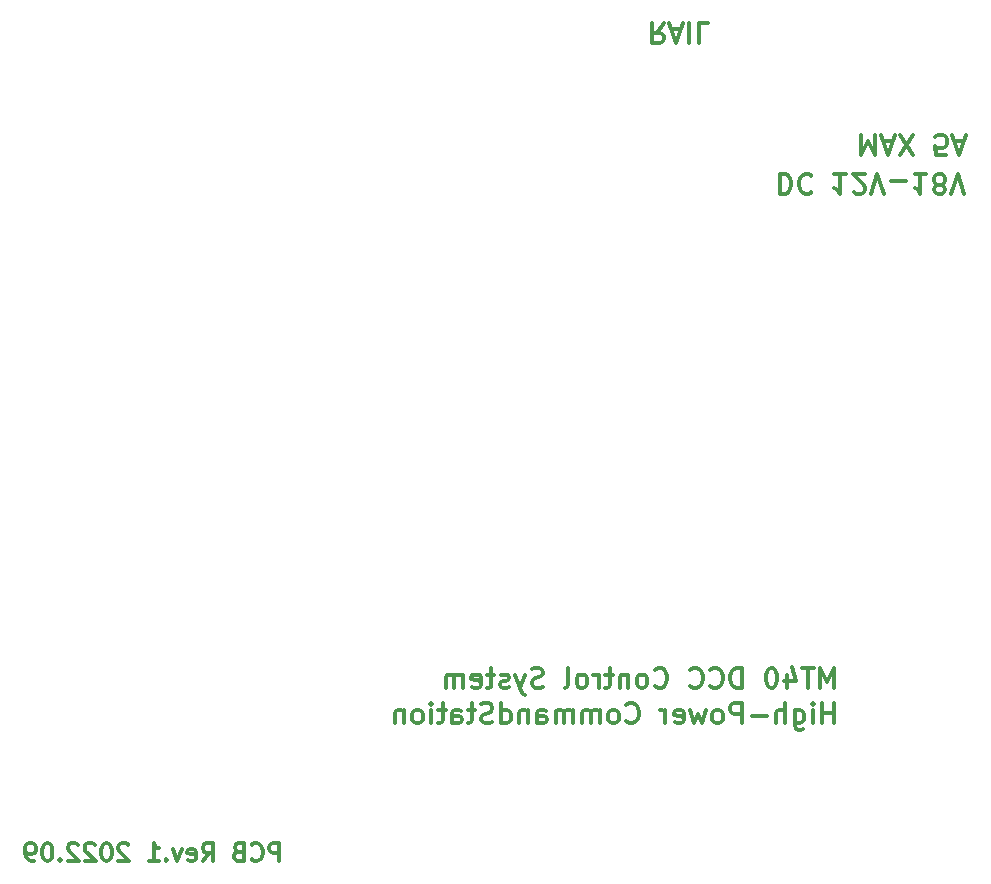
<source format=gbo>
G04 #@! TF.GenerationSoftware,KiCad,Pcbnew,(6.0.7)*
G04 #@! TF.CreationDate,2022-09-01T11:58:40+09:00*
G04 #@! TF.ProjectId,RP2040CommandStation,52503230-3430-4436-9f6d-6d616e645374,rev?*
G04 #@! TF.SameCoordinates,PX6cb8080PY8d24d00*
G04 #@! TF.FileFunction,Legend,Bot*
G04 #@! TF.FilePolarity,Positive*
%FSLAX46Y46*%
G04 Gerber Fmt 4.6, Leading zero omitted, Abs format (unit mm)*
G04 Created by KiCad (PCBNEW (6.0.7)) date 2022-09-01 11:58:40*
%MOMM*%
%LPD*%
G01*
G04 APERTURE LIST*
%ADD10C,0.350000*%
%ADD11C,0.320000*%
%ADD12C,1.600000*%
%ADD13C,1.400000*%
%ADD14R,1.600000X1.600000*%
%ADD15C,1.524000*%
%ADD16C,7.000000*%
%ADD17R,3.500120X3.500120*%
%ADD18R,2.200000X3.600000*%
%ADD19C,2.500000*%
%ADD20C,2.700000*%
%ADD21C,1.700000*%
%ADD22R,1.400000X1.400000*%
%ADD23C,2.000000*%
G04 APERTURE END LIST*
D10*
X84709523Y63019048D02*
X84709523Y61319048D01*
X85276190Y62533334D01*
X85842857Y61319048D01*
X85842857Y63019048D01*
X86571428Y62533334D02*
X87380952Y62533334D01*
X86409523Y63019048D02*
X86976190Y61319048D01*
X87542857Y63019048D01*
X87947619Y61319048D02*
X89080952Y63019048D01*
X89080952Y61319048D02*
X87947619Y63019048D01*
X91833333Y61319048D02*
X91023809Y61319048D01*
X90942857Y62128572D01*
X91023809Y62047620D01*
X91185714Y61966667D01*
X91590476Y61966667D01*
X91752380Y62047620D01*
X91833333Y62128572D01*
X91914285Y62290477D01*
X91914285Y62695239D01*
X91833333Y62857143D01*
X91752380Y62938096D01*
X91590476Y63019048D01*
X91185714Y63019048D01*
X91023809Y62938096D01*
X90942857Y62857143D01*
X92561904Y62533334D02*
X93371428Y62533334D01*
X92400000Y63019048D02*
X92966666Y61319048D01*
X93533333Y63019048D01*
X77809523Y59769048D02*
X77809523Y58069048D01*
X78214285Y58069048D01*
X78457142Y58150000D01*
X78619047Y58311905D01*
X78700000Y58473810D01*
X78780952Y58797620D01*
X78780952Y59040477D01*
X78700000Y59364286D01*
X78619047Y59526191D01*
X78457142Y59688096D01*
X78214285Y59769048D01*
X77809523Y59769048D01*
X80480952Y59607143D02*
X80400000Y59688096D01*
X80157142Y59769048D01*
X79995238Y59769048D01*
X79752380Y59688096D01*
X79590476Y59526191D01*
X79509523Y59364286D01*
X79428571Y59040477D01*
X79428571Y58797620D01*
X79509523Y58473810D01*
X79590476Y58311905D01*
X79752380Y58150000D01*
X79995238Y58069048D01*
X80157142Y58069048D01*
X80400000Y58150000D01*
X80480952Y58230953D01*
X83395238Y59769048D02*
X82423809Y59769048D01*
X82909523Y59769048D02*
X82909523Y58069048D01*
X82747619Y58311905D01*
X82585714Y58473810D01*
X82423809Y58554762D01*
X84042857Y58230953D02*
X84123809Y58150000D01*
X84285714Y58069048D01*
X84690476Y58069048D01*
X84852380Y58150000D01*
X84933333Y58230953D01*
X85014285Y58392858D01*
X85014285Y58554762D01*
X84933333Y58797620D01*
X83961904Y59769048D01*
X85014285Y59769048D01*
X85500000Y58069048D02*
X86066666Y59769048D01*
X86633333Y58069048D01*
X87200000Y59121429D02*
X88495238Y59121429D01*
X90195238Y59769048D02*
X89223809Y59769048D01*
X89709523Y59769048D02*
X89709523Y58069048D01*
X89547619Y58311905D01*
X89385714Y58473810D01*
X89223809Y58554762D01*
X91166666Y58797620D02*
X91004761Y58716667D01*
X90923809Y58635715D01*
X90842857Y58473810D01*
X90842857Y58392858D01*
X90923809Y58230953D01*
X91004761Y58150000D01*
X91166666Y58069048D01*
X91490476Y58069048D01*
X91652380Y58150000D01*
X91733333Y58230953D01*
X91814285Y58392858D01*
X91814285Y58473810D01*
X91733333Y58635715D01*
X91652380Y58716667D01*
X91490476Y58797620D01*
X91166666Y58797620D01*
X91004761Y58878572D01*
X90923809Y58959524D01*
X90842857Y59121429D01*
X90842857Y59445239D01*
X90923809Y59607143D01*
X91004761Y59688096D01*
X91166666Y59769048D01*
X91490476Y59769048D01*
X91652380Y59688096D01*
X91733333Y59607143D01*
X91814285Y59445239D01*
X91814285Y59121429D01*
X91733333Y58959524D01*
X91652380Y58878572D01*
X91490476Y58797620D01*
X92300000Y58069048D02*
X92866666Y59769048D01*
X93433333Y58069048D01*
D11*
X35434857Y1571429D02*
X35434857Y3071429D01*
X34863428Y3071429D01*
X34720571Y3000000D01*
X34649142Y2928572D01*
X34577714Y2785715D01*
X34577714Y2571429D01*
X34649142Y2428572D01*
X34720571Y2357143D01*
X34863428Y2285715D01*
X35434857Y2285715D01*
X33077714Y1714286D02*
X33149142Y1642858D01*
X33363428Y1571429D01*
X33506285Y1571429D01*
X33720571Y1642858D01*
X33863428Y1785715D01*
X33934857Y1928572D01*
X34006285Y2214286D01*
X34006285Y2428572D01*
X33934857Y2714286D01*
X33863428Y2857143D01*
X33720571Y3000000D01*
X33506285Y3071429D01*
X33363428Y3071429D01*
X33149142Y3000000D01*
X33077714Y2928572D01*
X31934857Y2357143D02*
X31720571Y2285715D01*
X31649142Y2214286D01*
X31577714Y2071429D01*
X31577714Y1857143D01*
X31649142Y1714286D01*
X31720571Y1642858D01*
X31863428Y1571429D01*
X32434857Y1571429D01*
X32434857Y3071429D01*
X31934857Y3071429D01*
X31792000Y3000000D01*
X31720571Y2928572D01*
X31649142Y2785715D01*
X31649142Y2642858D01*
X31720571Y2500000D01*
X31792000Y2428572D01*
X31934857Y2357143D01*
X32434857Y2357143D01*
X28934857Y1571429D02*
X29434857Y2285715D01*
X29792000Y1571429D02*
X29792000Y3071429D01*
X29220571Y3071429D01*
X29077714Y3000000D01*
X29006285Y2928572D01*
X28934857Y2785715D01*
X28934857Y2571429D01*
X29006285Y2428572D01*
X29077714Y2357143D01*
X29220571Y2285715D01*
X29792000Y2285715D01*
X27720571Y1642858D02*
X27863428Y1571429D01*
X28149142Y1571429D01*
X28292000Y1642858D01*
X28363428Y1785715D01*
X28363428Y2357143D01*
X28292000Y2500000D01*
X28149142Y2571429D01*
X27863428Y2571429D01*
X27720571Y2500000D01*
X27649142Y2357143D01*
X27649142Y2214286D01*
X28363428Y2071429D01*
X27149142Y2571429D02*
X26792000Y1571429D01*
X26434857Y2571429D01*
X25863428Y1714286D02*
X25792000Y1642858D01*
X25863428Y1571429D01*
X25934857Y1642858D01*
X25863428Y1714286D01*
X25863428Y1571429D01*
X24363428Y1571429D02*
X25220571Y1571429D01*
X24792000Y1571429D02*
X24792000Y3071429D01*
X24934857Y2857143D01*
X25077714Y2714286D01*
X25220571Y2642858D01*
X22649142Y2928572D02*
X22577714Y3000000D01*
X22434857Y3071429D01*
X22077714Y3071429D01*
X21934857Y3000000D01*
X21863428Y2928572D01*
X21792000Y2785715D01*
X21792000Y2642858D01*
X21863428Y2428572D01*
X22720571Y1571429D01*
X21792000Y1571429D01*
X20863428Y3071429D02*
X20720571Y3071429D01*
X20577714Y3000000D01*
X20506285Y2928572D01*
X20434857Y2785715D01*
X20363428Y2500000D01*
X20363428Y2142858D01*
X20434857Y1857143D01*
X20506285Y1714286D01*
X20577714Y1642858D01*
X20720571Y1571429D01*
X20863428Y1571429D01*
X21006285Y1642858D01*
X21077714Y1714286D01*
X21149142Y1857143D01*
X21220571Y2142858D01*
X21220571Y2500000D01*
X21149142Y2785715D01*
X21077714Y2928572D01*
X21006285Y3000000D01*
X20863428Y3071429D01*
X19792000Y2928572D02*
X19720571Y3000000D01*
X19577714Y3071429D01*
X19220571Y3071429D01*
X19077714Y3000000D01*
X19006285Y2928572D01*
X18934857Y2785715D01*
X18934857Y2642858D01*
X19006285Y2428572D01*
X19863428Y1571429D01*
X18934857Y1571429D01*
X18363428Y2928572D02*
X18292000Y3000000D01*
X18149142Y3071429D01*
X17792000Y3071429D01*
X17649142Y3000000D01*
X17577714Y2928572D01*
X17506285Y2785715D01*
X17506285Y2642858D01*
X17577714Y2428572D01*
X18434857Y1571429D01*
X17506285Y1571429D01*
X16863428Y1714286D02*
X16792000Y1642858D01*
X16863428Y1571429D01*
X16934857Y1642858D01*
X16863428Y1714286D01*
X16863428Y1571429D01*
X15863428Y3071429D02*
X15720571Y3071429D01*
X15577714Y3000000D01*
X15506285Y2928572D01*
X15434857Y2785715D01*
X15363428Y2500000D01*
X15363428Y2142858D01*
X15434857Y1857143D01*
X15506285Y1714286D01*
X15577714Y1642858D01*
X15720571Y1571429D01*
X15863428Y1571429D01*
X16006285Y1642858D01*
X16077714Y1714286D01*
X16149142Y1857143D01*
X16220571Y2142858D01*
X16220571Y2500000D01*
X16149142Y2785715D01*
X16077714Y2928572D01*
X16006285Y3000000D01*
X15863428Y3071429D01*
X14649142Y1571429D02*
X14363428Y1571429D01*
X14220571Y1642858D01*
X14149142Y1714286D01*
X14006285Y1928572D01*
X13934857Y2214286D01*
X13934857Y2785715D01*
X14006285Y2928572D01*
X14077714Y3000000D01*
X14220571Y3071429D01*
X14506285Y3071429D01*
X14649142Y3000000D01*
X14720571Y2928572D01*
X14792000Y2785715D01*
X14792000Y2428572D01*
X14720571Y2285715D01*
X14649142Y2214286D01*
X14506285Y2142858D01*
X14220571Y2142858D01*
X14077714Y2214286D01*
X14006285Y2285715D01*
X13934857Y2428572D01*
D10*
X82367738Y16230953D02*
X82367738Y17930953D01*
X81801071Y16716667D01*
X81234404Y17930953D01*
X81234404Y16230953D01*
X80667738Y17930953D02*
X79696309Y17930953D01*
X80182023Y16230953D02*
X80182023Y17930953D01*
X78401071Y17364286D02*
X78401071Y16230953D01*
X78805833Y18011905D02*
X79210595Y16797620D01*
X78158214Y16797620D01*
X77186785Y17930953D02*
X77024880Y17930953D01*
X76862976Y17850000D01*
X76782023Y17769048D01*
X76701071Y17607143D01*
X76620119Y17283334D01*
X76620119Y16878572D01*
X76701071Y16554762D01*
X76782023Y16392858D01*
X76862976Y16311905D01*
X77024880Y16230953D01*
X77186785Y16230953D01*
X77348690Y16311905D01*
X77429642Y16392858D01*
X77510595Y16554762D01*
X77591547Y16878572D01*
X77591547Y17283334D01*
X77510595Y17607143D01*
X77429642Y17769048D01*
X77348690Y17850000D01*
X77186785Y17930953D01*
X74596309Y16230953D02*
X74596309Y17930953D01*
X74191547Y17930953D01*
X73948690Y17850000D01*
X73786785Y17688096D01*
X73705833Y17526191D01*
X73624880Y17202381D01*
X73624880Y16959524D01*
X73705833Y16635715D01*
X73786785Y16473810D01*
X73948690Y16311905D01*
X74191547Y16230953D01*
X74596309Y16230953D01*
X71924880Y16392858D02*
X72005833Y16311905D01*
X72248690Y16230953D01*
X72410595Y16230953D01*
X72653452Y16311905D01*
X72815357Y16473810D01*
X72896309Y16635715D01*
X72977261Y16959524D01*
X72977261Y17202381D01*
X72896309Y17526191D01*
X72815357Y17688096D01*
X72653452Y17850000D01*
X72410595Y17930953D01*
X72248690Y17930953D01*
X72005833Y17850000D01*
X71924880Y17769048D01*
X70224880Y16392858D02*
X70305833Y16311905D01*
X70548690Y16230953D01*
X70710595Y16230953D01*
X70953452Y16311905D01*
X71115357Y16473810D01*
X71196309Y16635715D01*
X71277261Y16959524D01*
X71277261Y17202381D01*
X71196309Y17526191D01*
X71115357Y17688096D01*
X70953452Y17850000D01*
X70710595Y17930953D01*
X70548690Y17930953D01*
X70305833Y17850000D01*
X70224880Y17769048D01*
X67229642Y16392858D02*
X67310595Y16311905D01*
X67553452Y16230953D01*
X67715357Y16230953D01*
X67958214Y16311905D01*
X68120119Y16473810D01*
X68201071Y16635715D01*
X68282023Y16959524D01*
X68282023Y17202381D01*
X68201071Y17526191D01*
X68120119Y17688096D01*
X67958214Y17850000D01*
X67715357Y17930953D01*
X67553452Y17930953D01*
X67310595Y17850000D01*
X67229642Y17769048D01*
X66258214Y16230953D02*
X66420119Y16311905D01*
X66501071Y16392858D01*
X66582023Y16554762D01*
X66582023Y17040477D01*
X66501071Y17202381D01*
X66420119Y17283334D01*
X66258214Y17364286D01*
X66015357Y17364286D01*
X65853452Y17283334D01*
X65772500Y17202381D01*
X65691547Y17040477D01*
X65691547Y16554762D01*
X65772500Y16392858D01*
X65853452Y16311905D01*
X66015357Y16230953D01*
X66258214Y16230953D01*
X64962976Y17364286D02*
X64962976Y16230953D01*
X64962976Y17202381D02*
X64882023Y17283334D01*
X64720119Y17364286D01*
X64477261Y17364286D01*
X64315357Y17283334D01*
X64234404Y17121429D01*
X64234404Y16230953D01*
X63667738Y17364286D02*
X63020119Y17364286D01*
X63424880Y17930953D02*
X63424880Y16473810D01*
X63343928Y16311905D01*
X63182023Y16230953D01*
X63020119Y16230953D01*
X62453452Y16230953D02*
X62453452Y17364286D01*
X62453452Y17040477D02*
X62372500Y17202381D01*
X62291547Y17283334D01*
X62129642Y17364286D01*
X61967738Y17364286D01*
X61158214Y16230953D02*
X61320119Y16311905D01*
X61401071Y16392858D01*
X61482023Y16554762D01*
X61482023Y17040477D01*
X61401071Y17202381D01*
X61320119Y17283334D01*
X61158214Y17364286D01*
X60915357Y17364286D01*
X60753452Y17283334D01*
X60672500Y17202381D01*
X60591547Y17040477D01*
X60591547Y16554762D01*
X60672500Y16392858D01*
X60753452Y16311905D01*
X60915357Y16230953D01*
X61158214Y16230953D01*
X59620119Y16230953D02*
X59782023Y16311905D01*
X59862976Y16473810D01*
X59862976Y17930953D01*
X57758214Y16311905D02*
X57515357Y16230953D01*
X57110595Y16230953D01*
X56948690Y16311905D01*
X56867738Y16392858D01*
X56786785Y16554762D01*
X56786785Y16716667D01*
X56867738Y16878572D01*
X56948690Y16959524D01*
X57110595Y17040477D01*
X57434404Y17121429D01*
X57596309Y17202381D01*
X57677261Y17283334D01*
X57758214Y17445239D01*
X57758214Y17607143D01*
X57677261Y17769048D01*
X57596309Y17850000D01*
X57434404Y17930953D01*
X57029642Y17930953D01*
X56786785Y17850000D01*
X56220119Y17364286D02*
X55815357Y16230953D01*
X55410595Y17364286D02*
X55815357Y16230953D01*
X55977261Y15826191D01*
X56058214Y15745239D01*
X56220119Y15664286D01*
X54843928Y16311905D02*
X54682023Y16230953D01*
X54358214Y16230953D01*
X54196309Y16311905D01*
X54115357Y16473810D01*
X54115357Y16554762D01*
X54196309Y16716667D01*
X54358214Y16797620D01*
X54601071Y16797620D01*
X54762976Y16878572D01*
X54843928Y17040477D01*
X54843928Y17121429D01*
X54762976Y17283334D01*
X54601071Y17364286D01*
X54358214Y17364286D01*
X54196309Y17283334D01*
X53629642Y17364286D02*
X52982023Y17364286D01*
X53386785Y17930953D02*
X53386785Y16473810D01*
X53305833Y16311905D01*
X53143928Y16230953D01*
X52982023Y16230953D01*
X51767738Y16311905D02*
X51929642Y16230953D01*
X52253452Y16230953D01*
X52415357Y16311905D01*
X52496309Y16473810D01*
X52496309Y17121429D01*
X52415357Y17283334D01*
X52253452Y17364286D01*
X51929642Y17364286D01*
X51767738Y17283334D01*
X51686785Y17121429D01*
X51686785Y16959524D01*
X52496309Y16797620D01*
X50958214Y16230953D02*
X50958214Y17364286D01*
X50958214Y17202381D02*
X50877261Y17283334D01*
X50715357Y17364286D01*
X50472500Y17364286D01*
X50310595Y17283334D01*
X50229642Y17121429D01*
X50229642Y16230953D01*
X50229642Y17121429D02*
X50148690Y17283334D01*
X49986785Y17364286D01*
X49743928Y17364286D01*
X49582023Y17283334D01*
X49501071Y17121429D01*
X49501071Y16230953D01*
X67954761Y72519048D02*
X67388095Y71709524D01*
X66983333Y72519048D02*
X66983333Y70819048D01*
X67630952Y70819048D01*
X67792857Y70900000D01*
X67873809Y70980953D01*
X67954761Y71142858D01*
X67954761Y71385715D01*
X67873809Y71547620D01*
X67792857Y71628572D01*
X67630952Y71709524D01*
X66983333Y71709524D01*
X68602380Y72033334D02*
X69411904Y72033334D01*
X68440476Y72519048D02*
X69007142Y70819048D01*
X69573809Y72519048D01*
X70140476Y72519048D02*
X70140476Y70819048D01*
X71759523Y72519048D02*
X70950000Y72519048D01*
X70950000Y70819048D01*
X82367738Y13230953D02*
X82367738Y14930953D01*
X82367738Y14121429D02*
X81396309Y14121429D01*
X81396309Y13230953D02*
X81396309Y14930953D01*
X80586785Y13230953D02*
X80586785Y14364286D01*
X80586785Y14930953D02*
X80667738Y14850000D01*
X80586785Y14769048D01*
X80505833Y14850000D01*
X80586785Y14930953D01*
X80586785Y14769048D01*
X79048690Y14364286D02*
X79048690Y12988096D01*
X79129642Y12826191D01*
X79210595Y12745239D01*
X79372500Y12664286D01*
X79615357Y12664286D01*
X79777261Y12745239D01*
X79048690Y13311905D02*
X79210595Y13230953D01*
X79534404Y13230953D01*
X79696309Y13311905D01*
X79777261Y13392858D01*
X79858214Y13554762D01*
X79858214Y14040477D01*
X79777261Y14202381D01*
X79696309Y14283334D01*
X79534404Y14364286D01*
X79210595Y14364286D01*
X79048690Y14283334D01*
X78239166Y13230953D02*
X78239166Y14930953D01*
X77510595Y13230953D02*
X77510595Y14121429D01*
X77591547Y14283334D01*
X77753452Y14364286D01*
X77996309Y14364286D01*
X78158214Y14283334D01*
X78239166Y14202381D01*
X76701071Y13878572D02*
X75405833Y13878572D01*
X74596309Y13230953D02*
X74596309Y14930953D01*
X73948690Y14930953D01*
X73786785Y14850000D01*
X73705833Y14769048D01*
X73624880Y14607143D01*
X73624880Y14364286D01*
X73705833Y14202381D01*
X73786785Y14121429D01*
X73948690Y14040477D01*
X74596309Y14040477D01*
X72653452Y13230953D02*
X72815357Y13311905D01*
X72896309Y13392858D01*
X72977261Y13554762D01*
X72977261Y14040477D01*
X72896309Y14202381D01*
X72815357Y14283334D01*
X72653452Y14364286D01*
X72410595Y14364286D01*
X72248690Y14283334D01*
X72167738Y14202381D01*
X72086785Y14040477D01*
X72086785Y13554762D01*
X72167738Y13392858D01*
X72248690Y13311905D01*
X72410595Y13230953D01*
X72653452Y13230953D01*
X71520119Y14364286D02*
X71196309Y13230953D01*
X70872500Y14040477D01*
X70548690Y13230953D01*
X70224880Y14364286D01*
X68929642Y13311905D02*
X69091547Y13230953D01*
X69415357Y13230953D01*
X69577261Y13311905D01*
X69658214Y13473810D01*
X69658214Y14121429D01*
X69577261Y14283334D01*
X69415357Y14364286D01*
X69091547Y14364286D01*
X68929642Y14283334D01*
X68848690Y14121429D01*
X68848690Y13959524D01*
X69658214Y13797620D01*
X68120119Y13230953D02*
X68120119Y14364286D01*
X68120119Y14040477D02*
X68039166Y14202381D01*
X67958214Y14283334D01*
X67796309Y14364286D01*
X67634404Y14364286D01*
X64801071Y13392858D02*
X64882023Y13311905D01*
X65124880Y13230953D01*
X65286785Y13230953D01*
X65529642Y13311905D01*
X65691547Y13473810D01*
X65772500Y13635715D01*
X65853452Y13959524D01*
X65853452Y14202381D01*
X65772500Y14526191D01*
X65691547Y14688096D01*
X65529642Y14850000D01*
X65286785Y14930953D01*
X65124880Y14930953D01*
X64882023Y14850000D01*
X64801071Y14769048D01*
X63829642Y13230953D02*
X63991547Y13311905D01*
X64072500Y13392858D01*
X64153452Y13554762D01*
X64153452Y14040477D01*
X64072500Y14202381D01*
X63991547Y14283334D01*
X63829642Y14364286D01*
X63586785Y14364286D01*
X63424880Y14283334D01*
X63343928Y14202381D01*
X63262976Y14040477D01*
X63262976Y13554762D01*
X63343928Y13392858D01*
X63424880Y13311905D01*
X63586785Y13230953D01*
X63829642Y13230953D01*
X62534404Y13230953D02*
X62534404Y14364286D01*
X62534404Y14202381D02*
X62453452Y14283334D01*
X62291547Y14364286D01*
X62048690Y14364286D01*
X61886785Y14283334D01*
X61805833Y14121429D01*
X61805833Y13230953D01*
X61805833Y14121429D02*
X61724880Y14283334D01*
X61562976Y14364286D01*
X61320119Y14364286D01*
X61158214Y14283334D01*
X61077261Y14121429D01*
X61077261Y13230953D01*
X60267738Y13230953D02*
X60267738Y14364286D01*
X60267738Y14202381D02*
X60186785Y14283334D01*
X60024880Y14364286D01*
X59782023Y14364286D01*
X59620119Y14283334D01*
X59539166Y14121429D01*
X59539166Y13230953D01*
X59539166Y14121429D02*
X59458214Y14283334D01*
X59296309Y14364286D01*
X59053452Y14364286D01*
X58891547Y14283334D01*
X58810595Y14121429D01*
X58810595Y13230953D01*
X57272500Y13230953D02*
X57272500Y14121429D01*
X57353452Y14283334D01*
X57515357Y14364286D01*
X57839166Y14364286D01*
X58001071Y14283334D01*
X57272500Y13311905D02*
X57434404Y13230953D01*
X57839166Y13230953D01*
X58001071Y13311905D01*
X58082023Y13473810D01*
X58082023Y13635715D01*
X58001071Y13797620D01*
X57839166Y13878572D01*
X57434404Y13878572D01*
X57272500Y13959524D01*
X56462976Y14364286D02*
X56462976Y13230953D01*
X56462976Y14202381D02*
X56382023Y14283334D01*
X56220119Y14364286D01*
X55977261Y14364286D01*
X55815357Y14283334D01*
X55734404Y14121429D01*
X55734404Y13230953D01*
X54196309Y13230953D02*
X54196309Y14930953D01*
X54196309Y13311905D02*
X54358214Y13230953D01*
X54682023Y13230953D01*
X54843928Y13311905D01*
X54924880Y13392858D01*
X55005833Y13554762D01*
X55005833Y14040477D01*
X54924880Y14202381D01*
X54843928Y14283334D01*
X54682023Y14364286D01*
X54358214Y14364286D01*
X54196309Y14283334D01*
X53467738Y13311905D02*
X53224880Y13230953D01*
X52820119Y13230953D01*
X52658214Y13311905D01*
X52577261Y13392858D01*
X52496309Y13554762D01*
X52496309Y13716667D01*
X52577261Y13878572D01*
X52658214Y13959524D01*
X52820119Y14040477D01*
X53143928Y14121429D01*
X53305833Y14202381D01*
X53386785Y14283334D01*
X53467738Y14445239D01*
X53467738Y14607143D01*
X53386785Y14769048D01*
X53305833Y14850000D01*
X53143928Y14930953D01*
X52739166Y14930953D01*
X52496309Y14850000D01*
X52010595Y14364286D02*
X51362976Y14364286D01*
X51767738Y14930953D02*
X51767738Y13473810D01*
X51686785Y13311905D01*
X51524880Y13230953D01*
X51362976Y13230953D01*
X50067738Y13230953D02*
X50067738Y14121429D01*
X50148690Y14283334D01*
X50310595Y14364286D01*
X50634404Y14364286D01*
X50796309Y14283334D01*
X50067738Y13311905D02*
X50229642Y13230953D01*
X50634404Y13230953D01*
X50796309Y13311905D01*
X50877261Y13473810D01*
X50877261Y13635715D01*
X50796309Y13797620D01*
X50634404Y13878572D01*
X50229642Y13878572D01*
X50067738Y13959524D01*
X49501071Y14364286D02*
X48853452Y14364286D01*
X49258214Y14930953D02*
X49258214Y13473810D01*
X49177261Y13311905D01*
X49015357Y13230953D01*
X48853452Y13230953D01*
X48286785Y13230953D02*
X48286785Y14364286D01*
X48286785Y14930953D02*
X48367738Y14850000D01*
X48286785Y14769048D01*
X48205833Y14850000D01*
X48286785Y14930953D01*
X48286785Y14769048D01*
X47234404Y13230953D02*
X47396309Y13311905D01*
X47477261Y13392858D01*
X47558214Y13554762D01*
X47558214Y14040477D01*
X47477261Y14202381D01*
X47396309Y14283334D01*
X47234404Y14364286D01*
X46991547Y14364286D01*
X46829642Y14283334D01*
X46748690Y14202381D01*
X46667738Y14040477D01*
X46667738Y13554762D01*
X46748690Y13392858D01*
X46829642Y13311905D01*
X46991547Y13230953D01*
X47234404Y13230953D01*
X45939166Y14364286D02*
X45939166Y13230953D01*
X45939166Y14202381D02*
X45858214Y14283334D01*
X45696309Y14364286D01*
X45453452Y14364286D01*
X45291547Y14283334D01*
X45210595Y14121429D01*
X45210595Y13230953D01*
%LPC*%
D12*
X81000000Y61500000D03*
X81000000Y56500000D03*
D13*
X56500000Y58500000D03*
X56500000Y60500000D03*
D14*
X12570000Y57000000D03*
D12*
X15110000Y57000000D03*
X17650000Y57000000D03*
X20190000Y57000000D03*
X22730000Y57000000D03*
X25270000Y57000000D03*
X27810000Y57000000D03*
X30350000Y57000000D03*
X32890000Y57000000D03*
X35430000Y57000000D03*
X37000000Y72730000D03*
X37000000Y75270000D03*
X11000000Y75270000D03*
X11000000Y72730000D03*
D15*
X64270000Y5500000D03*
X61730000Y5500000D03*
X43270000Y72500000D03*
X40730000Y72500000D03*
D16*
X92000000Y69000000D03*
X92000000Y3000000D03*
X3000000Y69000000D03*
X3000000Y3000000D03*
D17*
X83000000Y67799860D03*
X83000000Y73799340D03*
D18*
X78301000Y70799600D03*
D19*
X71540000Y74600000D03*
X66460000Y74600000D03*
D15*
X51750000Y66290000D03*
X54250000Y66290000D03*
X54250000Y68290000D03*
X51750000Y68290000D03*
D20*
X46980000Y71000000D03*
X59020000Y71000000D03*
D14*
X2730000Y48510000D03*
D12*
X5270000Y48510000D03*
X2730000Y45970000D03*
X5270000Y45970000D03*
X2730000Y43430000D03*
X5270000Y43430000D03*
X2730000Y40890000D03*
X5270000Y40890000D03*
X2730000Y38350000D03*
X5270000Y38350000D03*
X2730000Y35810000D03*
X5270000Y35810000D03*
X2730000Y33270000D03*
X5270000Y33270000D03*
X2730000Y30730000D03*
X5270000Y30730000D03*
X2730000Y28190000D03*
X5270000Y28190000D03*
X2730000Y25650000D03*
X5270000Y25650000D03*
X2730000Y23110000D03*
X5270000Y23110000D03*
X2730000Y20570000D03*
X5270000Y20570000D03*
X2730000Y18030000D03*
X5270000Y18030000D03*
X2730000Y15490000D03*
X5270000Y15490000D03*
D14*
X89730000Y48510000D03*
D12*
X92270000Y48510000D03*
X89730000Y45970000D03*
X92270000Y45970000D03*
X89730000Y43430000D03*
X92270000Y43430000D03*
X89730000Y40890000D03*
X92270000Y40890000D03*
X89730000Y38350000D03*
X92270000Y38350000D03*
X89730000Y35810000D03*
X92270000Y35810000D03*
X89730000Y33270000D03*
X92270000Y33270000D03*
X89730000Y30730000D03*
X92270000Y30730000D03*
X89730000Y28190000D03*
X92270000Y28190000D03*
X89730000Y25650000D03*
X92270000Y25650000D03*
X89730000Y23110000D03*
X92270000Y23110000D03*
X89730000Y20570000D03*
X92270000Y20570000D03*
X89730000Y18030000D03*
X92270000Y18030000D03*
X89730000Y15490000D03*
X92270000Y15490000D03*
D21*
X2250000Y55750000D03*
X2250000Y62250000D03*
X6750000Y55750000D03*
X6750000Y62250000D03*
X84250000Y4750000D03*
X77750000Y4750000D03*
X84250000Y9250000D03*
X77750000Y9250000D03*
D22*
X36000000Y8000000D03*
D13*
X36000000Y10000000D03*
X36000000Y12000000D03*
X36000000Y14000000D03*
X36000000Y16000000D03*
X36000000Y18000000D03*
X36000000Y20000000D03*
X36000000Y22000000D03*
X36000000Y24000000D03*
X36000000Y26000000D03*
X14000000Y26000000D03*
X14000000Y24000000D03*
X14000000Y22000000D03*
X14000000Y20000000D03*
X14000000Y18000000D03*
X14000000Y16000000D03*
X14000000Y14000000D03*
X14000000Y12000000D03*
X14000000Y10000000D03*
X14000000Y8000000D03*
D21*
X49250000Y4750000D03*
X42750000Y4750000D03*
X49250000Y9250000D03*
X42750000Y9250000D03*
D14*
X49290000Y57625000D03*
D12*
X46750000Y57625000D03*
X44210000Y57625000D03*
D14*
X36460000Y32500000D03*
D12*
X39000000Y32500000D03*
X41540000Y32500000D03*
X63250000Y62500000D03*
X63250000Y59000000D03*
D15*
X72270000Y5500000D03*
X69730000Y5500000D03*
X56270000Y5500000D03*
X53730000Y5500000D03*
D23*
X92000000Y75000000D03*
X3000000Y75000000D03*
X92000000Y10000000D03*
X3000000Y10000000D03*
G36*
X2711980Y72497617D02*
G01*
X2790613Y72481976D01*
X2835313Y72463461D01*
X2891624Y72425835D01*
X2925835Y72391624D01*
X2963461Y72335313D01*
X2981976Y72290613D01*
X2997617Y72211980D01*
X3000000Y72187789D01*
X3000000Y65812211D01*
X2997617Y65788020D01*
X2981976Y65709387D01*
X2963461Y65664687D01*
X2925835Y65608376D01*
X2891624Y65574165D01*
X2835313Y65536539D01*
X2790613Y65518024D01*
X2711980Y65502383D01*
X2687789Y65500000D01*
X312211Y65500000D01*
X288020Y65502383D01*
X209387Y65518024D01*
X164687Y65536539D01*
X108376Y65574165D01*
X74165Y65608376D01*
X36539Y65664687D01*
X18024Y65709387D01*
X2383Y65788020D01*
X0Y65812211D01*
X0Y72187789D01*
X2383Y72211980D01*
X18024Y72290613D01*
X36539Y72335313D01*
X74165Y72391624D01*
X108376Y72425835D01*
X164687Y72463461D01*
X209387Y72481976D01*
X288020Y72497617D01*
X312211Y72500000D01*
X2687789Y72500000D01*
X2711980Y72497617D01*
G37*
G36*
X94711980Y72497617D02*
G01*
X94790613Y72481976D01*
X94835313Y72463461D01*
X94891624Y72425835D01*
X94925835Y72391624D01*
X94963461Y72335313D01*
X94981976Y72290613D01*
X94997617Y72211980D01*
X95000000Y72187789D01*
X95000000Y65812211D01*
X94997617Y65788020D01*
X94981976Y65709387D01*
X94963461Y65664687D01*
X94925835Y65608376D01*
X94891624Y65574165D01*
X94835313Y65536539D01*
X94790613Y65518024D01*
X94711980Y65502383D01*
X94687789Y65500000D01*
X92312211Y65500000D01*
X92288020Y65502383D01*
X92209387Y65518024D01*
X92164687Y65536539D01*
X92108376Y65574165D01*
X92074165Y65608376D01*
X92036539Y65664687D01*
X92018024Y65709387D01*
X92002383Y65788020D01*
X92000000Y65812211D01*
X92000000Y72187789D01*
X92002383Y72211980D01*
X92018024Y72290613D01*
X92036539Y72335313D01*
X92074165Y72391624D01*
X92108376Y72425835D01*
X92164687Y72463461D01*
X92209387Y72481976D01*
X92288020Y72497617D01*
X92312211Y72500000D01*
X94687789Y72500000D01*
X94711980Y72497617D01*
G37*
G36*
X94711980Y6497617D02*
G01*
X94790613Y6481976D01*
X94835313Y6463461D01*
X94891624Y6425835D01*
X94925835Y6391624D01*
X94963461Y6335313D01*
X94981976Y6290613D01*
X94997617Y6211980D01*
X95000000Y6187789D01*
X95000000Y1016269D01*
X94999963Y1013231D01*
X94999714Y1003071D01*
X94999415Y996981D01*
X94998666Y986834D01*
X94998405Y983808D01*
X94983980Y837349D01*
X94983234Y831306D01*
X94980253Y811213D01*
X94977880Y799281D01*
X94972949Y779595D01*
X94971326Y773729D01*
X94933339Y648501D01*
X94931431Y642727D01*
X94924594Y623616D01*
X94919934Y612365D01*
X94911252Y594010D01*
X94908518Y588577D01*
X94846824Y473154D01*
X94843823Y467857D01*
X94833399Y450466D01*
X94826638Y440349D01*
X94814540Y424037D01*
X94810797Y419240D01*
X94727782Y318085D01*
X94723806Y313476D01*
X94710172Y298433D01*
X94701567Y289828D01*
X94686524Y276194D01*
X94681915Y272218D01*
X94580760Y189203D01*
X94575963Y185460D01*
X94559651Y173362D01*
X94549534Y166601D01*
X94532143Y156177D01*
X94526846Y153176D01*
X94411423Y91482D01*
X94405990Y88748D01*
X94387635Y80066D01*
X94376384Y75406D01*
X94357273Y68569D01*
X94351499Y66661D01*
X94226271Y28674D01*
X94220405Y27051D01*
X94200719Y22120D01*
X94188787Y19747D01*
X94168694Y16766D01*
X94162651Y16020D01*
X94016192Y1595D01*
X94013166Y1334D01*
X94003019Y585D01*
X93996929Y286D01*
X93986769Y37D01*
X93983731Y0D01*
X88812211Y0D01*
X88788020Y2383D01*
X88709387Y18024D01*
X88664687Y36539D01*
X88608376Y74165D01*
X88574165Y108376D01*
X88536539Y164687D01*
X88518024Y209387D01*
X88502383Y288020D01*
X88500000Y312211D01*
X88500000Y2863525D01*
X88502383Y2887716D01*
X88518024Y2966349D01*
X88536539Y3011049D01*
X88581084Y3077715D01*
X88596505Y3096505D01*
X91903495Y6403495D01*
X91922285Y6418916D01*
X91988951Y6463461D01*
X92033651Y6481976D01*
X92112284Y6497617D01*
X92136475Y6500000D01*
X94687789Y6500000D01*
X94711980Y6497617D01*
G37*
G36*
X2887716Y6497617D02*
G01*
X2966349Y6481976D01*
X3011049Y6463461D01*
X3077715Y6418916D01*
X3096505Y6403495D01*
X6403495Y3096505D01*
X6418916Y3077715D01*
X6463461Y3011049D01*
X6481976Y2966349D01*
X6497617Y2887716D01*
X6500000Y2863525D01*
X6500000Y312211D01*
X6497617Y288020D01*
X6481976Y209387D01*
X6463461Y164687D01*
X6425835Y108376D01*
X6391624Y74165D01*
X6335313Y36539D01*
X6290613Y18024D01*
X6211980Y2383D01*
X6187789Y0D01*
X1016269Y0D01*
X1013231Y37D01*
X1003071Y286D01*
X996981Y585D01*
X986834Y1334D01*
X983808Y1595D01*
X837349Y16020D01*
X831306Y16766D01*
X811213Y19747D01*
X799281Y22120D01*
X779595Y27051D01*
X773729Y28674D01*
X648501Y66661D01*
X642727Y68569D01*
X623616Y75406D01*
X612365Y80066D01*
X594010Y88748D01*
X588577Y91482D01*
X473154Y153176D01*
X467857Y156177D01*
X450466Y166601D01*
X440349Y173362D01*
X424037Y185460D01*
X419240Y189203D01*
X318085Y272218D01*
X313476Y276194D01*
X298433Y289828D01*
X289828Y298433D01*
X276194Y313476D01*
X272218Y318085D01*
X189203Y419240D01*
X185460Y424037D01*
X173362Y440349D01*
X166601Y450466D01*
X156177Y467857D01*
X153176Y473154D01*
X91482Y588577D01*
X88748Y594010D01*
X80066Y612365D01*
X75406Y623616D01*
X68569Y642727D01*
X66661Y648501D01*
X28674Y773729D01*
X27051Y779595D01*
X22120Y799281D01*
X19747Y811213D01*
X16766Y831306D01*
X16020Y837349D01*
X1595Y983808D01*
X1334Y986834D01*
X585Y996981D01*
X286Y1003071D01*
X37Y1013231D01*
X0Y1016269D01*
X0Y6187789D01*
X2383Y6211980D01*
X18024Y6290613D01*
X36539Y6335313D01*
X74165Y6391624D01*
X108376Y6425835D01*
X164687Y6463461D01*
X209387Y6481976D01*
X288020Y6497617D01*
X312211Y6500000D01*
X2863525Y6500000D01*
X2887716Y6497617D01*
G37*
M02*

</source>
